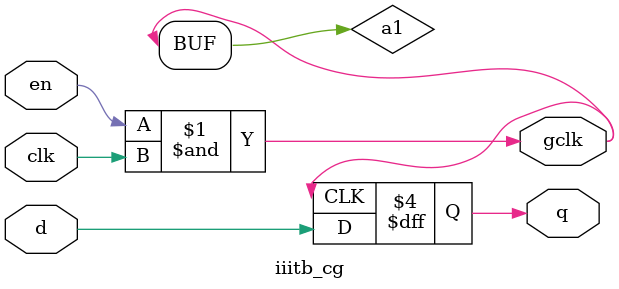
<source format=v>
module iiitb_cg(d,en,clk,gclk,q);
input d,en,clk;
output q, gclk;
reg q=0;
wire a1;
and (a1,en,clk);
assign gclk=a1;
always@(posedge gclk)
begin
q=d;
end
endmodule

</source>
